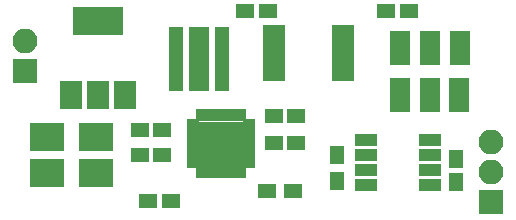
<source format=gbs>
G04 #@! TF.GenerationSoftware,KiCad,Pcbnew,no-vcs-found-342f28f~58~ubuntu16.04.1*
G04 #@! TF.CreationDate,2017-05-03T19:02:58+03:00*
G04 #@! TF.ProjectId,ws281x_led_strip_controller,7773323831785F6C65645F7374726970,rev?*
G04 #@! TF.FileFunction,Soldermask,Bot*
G04 #@! TF.FilePolarity,Negative*
%FSLAX46Y46*%
G04 Gerber Fmt 4.6, Leading zero omitted, Abs format (unit mm)*
G04 Created by KiCad (PCBNEW no-vcs-found-342f28f~58~ubuntu16.04.1) date Wed May  3 19:02:58 2017*
%MOMM*%
%LPD*%
G01*
G04 APERTURE LIST*
%ADD10C,0.100000*%
%ADD11R,1.200000X5.500000*%
%ADD12R,1.700000X5.500000*%
%ADD13R,1.600000X1.150000*%
%ADD14R,1.670000X2.900000*%
%ADD15R,2.125000X2.125000*%
%ADD16R,0.650000X1.100000*%
%ADD17R,1.100000X0.650000*%
%ADD18R,1.600000X1.300000*%
%ADD19R,1.850000X0.850000*%
%ADD20R,2.900000X2.350000*%
%ADD21R,1.950000X1.000000*%
%ADD22R,1.900000X2.400000*%
%ADD23R,4.200000X2.400000*%
%ADD24R,1.150000X1.600000*%
%ADD25R,1.300000X1.600000*%
%ADD26O,2.100000X2.100000*%
%ADD27R,2.100000X2.100000*%
G04 APERTURE END LIST*
D10*
D11*
X89490000Y-78740000D03*
D12*
X91440000Y-78740000D03*
D11*
X93390000Y-78740000D03*
D13*
X87150000Y-90700000D03*
X89050000Y-90700000D03*
X97282000Y-74676000D03*
X95382000Y-74676000D03*
X99690000Y-83566000D03*
X97790000Y-83566000D03*
X88326000Y-84728000D03*
X86426000Y-84728000D03*
X86426000Y-86868000D03*
X88326000Y-86868000D03*
X97790000Y-85852000D03*
X99690000Y-85852000D03*
X107320000Y-74676000D03*
X109220000Y-74676000D03*
D14*
X113498000Y-81756000D03*
X110998000Y-81756000D03*
X108458000Y-81756000D03*
X108458000Y-77756000D03*
X110998000Y-77756000D03*
X113538000Y-77756000D03*
D15*
X92456000Y-86740500D03*
X92456000Y-85015500D03*
X94181000Y-86740500D03*
X94181000Y-85015500D03*
D16*
X91568500Y-88278000D03*
X92068500Y-88278000D03*
X92568500Y-88278000D03*
X93068500Y-88278000D03*
X93568500Y-88278000D03*
X94068500Y-88278000D03*
X94568500Y-88278000D03*
X95068500Y-88278000D03*
D17*
X95718500Y-87628000D03*
X95718500Y-87128000D03*
X95718500Y-86628000D03*
X95718500Y-86128000D03*
X95718500Y-85628000D03*
X95718500Y-85128000D03*
X95718500Y-84628000D03*
X95718500Y-84128000D03*
D16*
X95068500Y-83478000D03*
X94568500Y-83478000D03*
X94068500Y-83478000D03*
X93568500Y-83478000D03*
X93068500Y-83478000D03*
X92568500Y-83478000D03*
X92068500Y-83478000D03*
X91568500Y-83478000D03*
D17*
X90918500Y-84128000D03*
X90918500Y-84628000D03*
X90918500Y-85128000D03*
X90918500Y-85628000D03*
X90918500Y-86128000D03*
X90918500Y-86628000D03*
X90918500Y-87128000D03*
X90918500Y-87628000D03*
D18*
X97200000Y-89900000D03*
X99400000Y-89900000D03*
D19*
X97790000Y-76282000D03*
X97790000Y-76932000D03*
X97790000Y-77582000D03*
X97790000Y-78232000D03*
X97790000Y-78882000D03*
X97790000Y-79532000D03*
X97790000Y-80182000D03*
X103690000Y-80182000D03*
X103690000Y-79532000D03*
X103690000Y-78882000D03*
X103690000Y-78232000D03*
X103690000Y-77582000D03*
X103690000Y-76932000D03*
X103690000Y-76282000D03*
D20*
X78600000Y-85275000D03*
X78600000Y-88325000D03*
X82700000Y-88325000D03*
X82700000Y-85275000D03*
D21*
X111000000Y-89370000D03*
X111000000Y-88100000D03*
X111000000Y-86830000D03*
X111000000Y-85560000D03*
X105600000Y-85560000D03*
X105600000Y-86830000D03*
X105600000Y-88100000D03*
X105600000Y-89370000D03*
D22*
X85200000Y-81750000D03*
X80600000Y-81750000D03*
X82900000Y-81750000D03*
D23*
X82900000Y-75450000D03*
D24*
X113200000Y-87200000D03*
X113200000Y-89100000D03*
D25*
X103100000Y-86800000D03*
X103100000Y-89000000D03*
D26*
X76700000Y-77160000D03*
D27*
X76700000Y-79700000D03*
D26*
X116200000Y-85760000D03*
X116200000Y-88300000D03*
D27*
X116200000Y-90840000D03*
M02*

</source>
